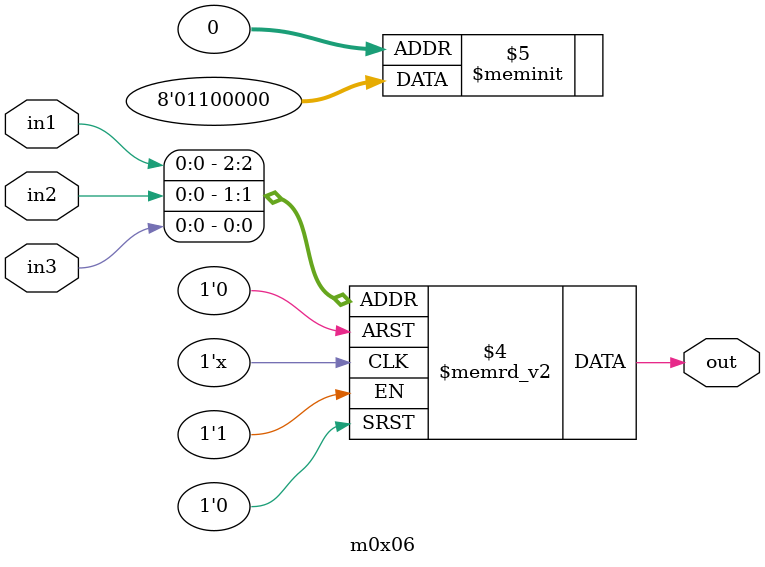
<source format=v>
module m0x06(output out, input in1, in2, in3);

   always @(in1, in2, in3)
     begin
        case({in1, in2, in3})
          3'b000: {out} = 1'b0;
          3'b001: {out} = 1'b0;
          3'b010: {out} = 1'b0;
          3'b011: {out} = 1'b0;
          3'b100: {out} = 1'b0;
          3'b101: {out} = 1'b1;
          3'b110: {out} = 1'b1;
          3'b111: {out} = 1'b0;
        endcase // case ({in1, in2, in3})
     end // always @ (in1, in2, in3)

endmodule // m0x06
</source>
